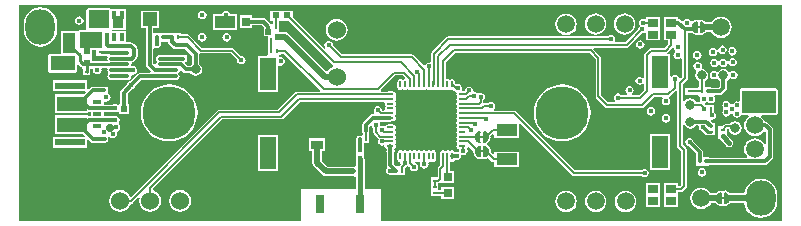
<source format=gtl>
%FSTAX23Y23*%
%MOIN*%
%SFA1B1*%

%IPPOS*%
%ADD10C,0.006000*%
%ADD11R,0.013800X0.009800*%
%ADD12R,0.011000X0.016900*%
%ADD13R,0.185000X0.185000*%
%ADD14O,0.007900X0.025600*%
%ADD15O,0.025600X0.007900*%
%ADD16R,0.098400X0.051200*%
%ADD17R,0.031500X0.013800*%
%ADD18R,0.102400X0.023600*%
%ADD19R,0.043300X0.070900*%
%ADD20R,0.031500X0.031500*%
%ADD21R,0.021700X0.023600*%
%ADD22O,0.066900X0.011800*%
%ADD23R,0.037200X0.039400*%
%ADD24R,0.037300X0.039400*%
%ADD25R,0.011800X0.027600*%
%ADD26R,0.019700X0.023600*%
%ADD27C,0.031500*%
%ADD28R,0.016900X0.011000*%
%ADD29R,0.055100X0.108300*%
%ADD30R,0.070900X0.043300*%
%ADD31R,0.031500X0.031500*%
%ADD32R,0.008700X0.015700*%
%ADD33R,0.019700X0.019700*%
%ADD34R,0.023600X0.021700*%
%ADD35R,0.035400X0.027600*%
%ADD36C,0.007900*%
%ADD37R,0.031500X0.063000*%
%ADD38R,0.031500X0.086600*%
%ADD39R,0.039400X0.031500*%
%ADD40R,0.009800X0.013800*%
%ADD41R,0.013800X0.013800*%
%ADD42R,0.017700X0.039400*%
%ADD43R,0.070900X0.039400*%
%ADD44R,0.031500X0.029500*%
%ADD45C,0.011800*%
%ADD46C,0.005900*%
%ADD47C,0.018500*%
%ADD48C,0.007900*%
%ADD49C,0.019700*%
%ADD50C,0.015700*%
%ADD51C,0.010000*%
%ADD52C,0.017500*%
%ADD53C,0.013800*%
%ADD54C,0.008000*%
%ADD55R,0.114000X0.078000*%
%ADD56R,0.072000X0.055200*%
%ADD57R,0.070000X0.062000*%
%ADD58R,0.084000X0.049900*%
%ADD59C,0.019700*%
%ADD60C,0.059100*%
%ADD61C,0.177200*%
%ADD62O,0.098400X0.118100*%
%ADD63O,0.063000X0.035400*%
%ADD64R,0.047200X0.047200*%
%ADD65C,0.047200*%
%ADD66C,0.060000*%
%ADD67C,0.015700*%
%ADD68C,0.026000*%
%ADD69C,0.027600*%
%LNvapeix_mini_pcb-1*%
%LPD*%
G36*
X03048Y03525D02*
X03051Y03523D01*
X03053Y03518*
X03053Y03518*
X03044Y03514*
X03037Y03509*
X03033Y03504*
X03027Y03503*
X02901Y03629*
X02896Y03632*
X0289Y03633*
X02875*
X0287Y03634*
Y03638*
Y03661*
X02869*
Y03671*
X02877*
X02881*
X02902*
X03048Y03525*
G37*
G36*
X04282Y03667D02*
X04284Y03665D01*
X04287Y03662*
X04289Y0366*
X04291Y03656*
X04292Y03652*
X04292Y03644*
X04291Y03641*
X04288Y03636*
X04285Y03632*
X04281Y0363*
X04277Y03629*
X04275Y0363*
X04274Y03632*
Y03666*
X04277Y03668*
X04282Y03667*
G37*
G36*
X04265Y03668D02*
X04266Y03665D01*
Y03632*
X04263Y03629*
X04258Y0363*
X04256Y03632*
X04253Y03635*
X04251Y03637*
X04248Y03641*
X04247Y03645*
X04247Y03653*
X04248Y03656*
X04252Y03662*
X04255Y03665*
X04259Y03667*
X04263Y03668*
X04265Y03668*
G37*
G36*
X04548Y03004D02*
X0321D01*
Y03046*
Y03111*
X03156*
Y03146*
X03156Y03146*
Y03208*
X03154Y03214*
X03153Y03216*
Y03226*
Y03231*
Y03252*
X03153*
Y03262*
X0317*
Y03284*
Y03287*
Y03289*
Y03296*
X03171Y03297*
X03171Y03302*
Y03317*
X03175Y03321*
X0318Y03319*
X03181Y03317*
X03184Y03313*
X03185Y03312*
Y03299*
X03185Y03295*
X03187Y03292*
X03201Y03278*
X03204Y03276*
X03202Y03273*
X032Y03268*
X03202Y03262*
X03205Y03258*
X03209Y03255*
X03215Y03254*
X03219Y03255*
X03222Y03253*
X03222*
X03224Y03251*
X03224Y03248*
X03227Y03245*
X0323Y03243*
X03229Y03238*
X03228Y03236*
X03229Y0323*
X0323Y03229*
Y03188*
X03231Y03183*
X03232Y03182*
X0323Y0318*
X03227Y03176*
X03226Y03171*
X03227Y03165*
X0323Y03161*
X03234Y03158*
X0324Y03156*
X03243Y03157*
X03248Y03156*
X03291*
Y03181*
X03295Y03182*
X03299Y03185*
X03304Y03184*
X03307Y03183*
X03308Y03177*
X03311Y03173*
X03315Y0317*
X03321Y03169*
X03326Y0317*
X0333Y03173*
X03334Y03177*
X03335Y03183*
X03334Y03188*
X0333Y03192*
X03326Y03196*
X03324Y03196*
Y03201*
X03326Y03201*
X03326Y03201*
X0333Y03203*
X03334Y03201*
X03334Y03201*
X03338Y03201*
X03338*
X0334Y03199*
X03341Y03196*
X03341Y03192*
X03342Y03186*
X03345Y03182*
X03349Y03179*
X03355Y03177*
X0336Y03179*
X03364Y03182*
X03368Y03186*
X03369Y03192*
X03368Y03196*
X03368Y03197*
X0337Y03199*
X03371Y03201*
X03373Y03201*
X03377Y03204*
X03378*
X03381Y03201*
X03385Y03201*
X03389Y03201*
X03392Y03204*
X03394Y03207*
X03395Y03211*
Y03228*
X03394Y03232*
X03392Y03235*
X03389Y03238*
X03385Y03238*
X03381Y03238*
X03381Y03237*
X03377Y03236*
X03374Y03237*
X03373Y03238*
X03369Y03238*
X03366Y03238*
X03365Y03237*
X03362Y03236*
X03358Y03237*
X03358Y03238*
X03354Y03238*
X0335Y03238*
X0335Y03237*
X03346Y03236*
X03342Y03237*
X03342Y03238*
X03338Y03238*
X03334Y03238*
X03334Y03237*
X0333Y03236*
X03326Y03237*
X03326Y03238*
X03322Y03238*
X03318Y03238*
X03318Y03237*
X03314Y03235*
X0331Y03238*
X03306Y03238*
X03303Y03238*
X03302Y03237*
X03299Y03236*
X03295Y03237*
X03295Y03238*
X03291Y03238*
X03287Y03238*
X03287Y03237*
X03282Y03235*
X03279Y03238*
X03275Y03238*
X03271Y03238*
X03268Y03235*
X03266Y03232*
X03265Y03228*
Y03211*
X03266Y03207*
X03268Y03204*
X03271Y03201*
X03272Y03201*
X03276Y03196*
X03276Y03196*
X03275Y03195*
X03276Y03193*
X03273Y0319*
X03271Y03187*
X03271Y03185*
X03262*
X03254Y03193*
Y03229*
X03255Y0323*
X03257Y03236*
X03256Y03238*
X03255Y03243*
X03258Y03245*
X03261Y03248*
X03261Y03252*
X03261Y03256*
X03258Y03259*
Y03261*
X03261Y03264*
X03261Y03268*
X03261Y03272*
X03258Y03275*
Y03276*
X03261Y0328*
X03261Y03283*
X03261Y03287*
X03258Y03291*
X0326Y03295*
X03261Y03295*
X03261Y03299*
X03261Y03303*
X03258Y03306*
Y03308*
X03261Y03311*
X03261Y03315*
X03261Y03319*
X03258Y03322*
X03255Y03324*
X03251Y03325*
X03234*
X0323Y03324*
X03227Y03322*
X03225Y0332*
X03224Y03319*
X03219Y03318*
X03219Y03319*
X03214Y0332*
X03212Y03319*
X03208Y03323*
X03207Y03328*
X03206Y03329*
X03208Y03334*
X03242*
X03247Y03335*
X03249Y03336*
X03251*
X03255Y03337*
X03258Y03339*
X03261Y03343*
X03261Y03346*
X03261Y0335*
X03258Y03354*
Y03355*
X03261Y03358*
X03261Y03362*
X03261Y03366*
X0326Y03366*
X03259Y0337*
X0326Y03374*
X03261Y03374*
X03261Y03378*
X03261Y03382*
X0326Y03382*
X03258Y03387*
X03261Y0339*
X03261Y03394*
X03261Y03398*
X03258Y03401*
Y03402*
X03261Y03406*
X03261Y03409*
X03261Y03413*
X0326Y03413*
X03259Y03417*
X0326Y03421*
X03261Y03421*
X03261Y03425*
X03261Y03429*
X03258Y03432*
X03255Y03434*
X03251Y03435*
X03234*
X0323Y03434*
X03229Y03434*
X03211*
X03209Y03439*
X03257Y03488*
X03283*
X03289Y03481*
X03288Y03476*
X03287Y03476*
X03287Y03476*
X03287Y03476*
X03283Y03474*
X03279Y03476*
X03279Y03476*
X03275Y03477*
X03271Y03476*
X03268Y03474*
X03266Y0347*
X03265Y03467*
Y03449*
X03266Y03445*
X03268Y03442*
X03271Y0344*
X03275Y03439*
X03279Y0344*
X03282Y03442*
X03287Y0344*
X03287Y0344*
X03291Y03439*
X03295Y0344*
X03295Y0344*
X03299Y03442*
X03303Y0344*
X03306Y03439*
X0331Y0344*
X03314Y03442*
X03315*
X03318Y0344*
X03322Y03439*
X03326Y0344*
X03329Y03442*
X03334Y0344*
X03334Y0344*
X03338Y03439*
X03342Y0344*
X03342Y0344*
X03346Y03441*
X0335Y0344*
X0335Y0344*
X03354Y03439*
X03358Y0344*
X03361Y03442*
X03362*
X03366Y0344*
X03369Y03439*
X03373Y0344*
X03374Y0344*
X03377Y03441*
X03381Y0344*
X03381Y0344*
X03385Y03439*
X03389Y0344*
X03389Y0344*
X03393Y03441*
X03397Y0344*
X03397Y0344*
X03401Y03439*
X03405Y0344*
X03405Y0344*
X03409Y03441*
X03413Y0344*
X03413Y0344*
X03417Y03439*
X03421Y0344*
X03421Y0344*
X03425Y03441*
X03428Y0344*
X03429Y0344*
X03432Y03439*
X03436Y0344*
X03436Y0344*
X0344Y03441*
X03444Y0344*
X03444Y0344*
X03448Y03439*
X03452Y0344*
X03454Y03437*
X03457Y03436*
X03458Y03435*
X0346Y03433*
X03463Y03429*
X03462Y03425*
X03463Y03421*
X03465Y03418*
Y03417*
X03463Y03413*
X03462Y03409*
X03463Y03406*
X03463Y03405*
X03465Y03401*
X03463Y03398*
X03462Y03394*
X03463Y0339*
X03465Y03387*
Y03385*
X03463Y03382*
X03462Y03378*
X03463Y03374*
X03463Y03374*
X03464Y0337*
X03463Y03366*
X03463Y03366*
X03462Y03362*
X03463Y03358*
X03463Y03358*
X03464Y03354*
X03463Y03351*
X03463Y0335*
X03462Y03346*
X03463Y03343*
X03463Y03342*
X03464Y03339*
X03463Y03335*
X03463Y03335*
X03462Y03331*
X03463Y03327*
X03465Y03324*
Y03322*
X03463Y03319*
X03462Y03315*
X03463Y03311*
X03465Y03308*
Y03306*
X03463Y03303*
X03462Y03299*
X03463Y03295*
X03463Y03295*
X03465Y03291*
X03463Y03287*
X03462Y03283*
X03463Y0328*
X03465Y03276*
Y03275*
X03463Y03272*
X03462Y03268*
X03463Y03264*
X03465Y03261*
Y03259*
X03463Y03256*
X03462Y03252*
X03463Y03248*
X03465Y03245*
X03468Y03243*
X03471Y03242*
X0347Y03237*
X03471Y03237*
X0347Y03235*
X03466Y03233*
X03463Y03234*
X03457Y03232*
X03455Y03235*
X03452Y03238*
X03448Y03238*
X03444Y03238*
X03444Y03237*
X0344Y03236*
X03436Y03237*
X03436Y03238*
X03432Y03238*
X03429Y03238*
X03428Y03237*
X03425Y03236*
X03421Y03237*
X03421Y03238*
X03417Y03238*
X03413Y03238*
X0341Y03235*
X03407Y03232*
X03407Y03228*
Y03211*
X03407Y03207*
X03408Y03206*
Y03188*
X03402Y03182*
X034Y03179*
X03399Y03176*
Y03148*
X03399Y03148*
X03376*
Y03126*
Y03085*
X03401*
Y03087*
X03411*
Y03075*
X03454*
Y03117*
X03411*
Y03105*
X03401*
Y03128*
X03404Y03128*
X03406Y0313*
X03411Y03128*
X03454*
Y0317*
X03441*
Y03198*
X03446Y03201*
X03448Y03201*
X03452Y03201*
X03455Y03204*
X03457Y03206*
X03463Y03205*
X03468Y03206*
X03472Y0321*
X03476Y03214*
X03477Y03219*
X03476Y0322*
X03477Y03222*
X03481Y03224*
X03485Y03223*
X0349Y03224*
X03494Y03227*
X03498Y03232*
X03499Y03237*
X03498Y03243*
X03496Y03245*
X03497Y03245*
X03499Y03248*
X03499Y03248*
X03504Y0325*
X03518Y03236*
X03518Y03235*
X03518Y03232*
Y03231*
X03519Y0323*
X03519Y0323*
X03519Y03229*
X03519Y03228*
Y03228*
X03519Y03228*
X0352Y03225*
X0352Y03225*
X0352Y03224*
X03521Y03222*
X03522Y03221*
X03522Y0322*
X03523Y0322*
X03523Y0322*
X03523Y03219*
X03523Y03219*
X03524Y03218*
X03526Y03216*
X03527Y03214*
X03529Y03213*
X03529Y03213*
X0353Y03213*
X03532Y03211*
X03533Y03211*
X03534Y0321*
X03538Y03209*
X03539Y03209*
X0354Y03208*
X03541Y03209*
X03542Y03209*
X03543Y03209*
X03543Y03209*
X03544Y03209*
X03547Y03211*
X03551Y03209*
X03552Y03209*
X03552Y03209*
X03553*
X03554Y03209*
X03556Y03209*
X03556Y03209*
X03557*
X03557Y03209*
X03557Y03209*
X0356Y0321*
X03561Y03211*
X03562Y03211*
X03563Y03211*
X03563Y03211*
X03564Y03212*
X03565Y03213*
X0357Y03211*
X0358Y03201*
X03583Y03199*
X03587Y03198*
X03587*
Y03183*
X0367*
Y03234*
X03587*
Y03229*
X03583Y03227*
X03576Y03233*
X03577Y03235*
X03576Y03237*
Y03238*
X03576Y03239*
X03576Y0324*
X03576Y0324*
X03576Y03241*
Y03241*
X03576Y03242*
X03575Y03244*
X03574Y03245*
X03574Y03245*
X03573Y03247*
X03573Y03248*
X03572Y03249*
X03572Y03249*
X03572Y03249*
X03571Y0325*
X03571Y0325*
X03571Y03251*
X03569Y03253*
X03567Y03255*
X03566Y03256*
X03565Y03256*
X03565Y03257*
Y03257*
X03565Y03261*
X03565Y03262*
X03565*
Y03263*
X03565Y03263*
X03567Y03264*
X03568Y03265*
X03568Y03266*
X03569Y03266*
X03569Y03266*
X0357Y03267*
X0357Y03267*
X0357Y03268*
X03572Y0327*
X03573Y03272*
X03573Y03273*
Y03273*
X03573Y03273*
X03574Y03274*
X03575Y03277*
Y03277*
X03575Y03278*
X03575Y03279*
Y0328*
X03576Y03284*
X03575Y03285*
X03582Y03292*
X03587Y0329*
Y03281*
X0367*
Y03326*
X03675Y03329*
X03847Y03156*
X0385Y03154*
X03854Y03154*
X04078*
X04079Y03153*
X04083Y0315*
X04089Y03149*
X04094Y0315*
X04098Y03153*
X04102Y03157*
X04103Y03163*
X04102Y03168*
X04098Y03172*
X04094Y03176*
X04089Y03177*
X04083Y03176*
X04079Y03172*
X04078Y03172*
X03857*
X0366Y03369*
X03657Y03371*
X03654Y03371*
X03589*
X03587Y03374*
X03587Y03376*
X0359Y0338*
X03591Y03386*
X0359Y03391*
X03586Y03395*
X03582Y03399*
X03577Y034*
X03571Y03399*
X03567Y03395*
X03566Y03395*
X03555*
X03554Y03395*
X03552Y03397*
X03551Y03399*
X03552Y03401*
Y03406*
X03552Y03407*
X03556Y03411*
X03557Y03417*
X03556Y03422*
X03552Y03426*
X03548Y0343*
X03543Y03431*
X03537Y0343*
X03537Y03429*
X03536Y03429*
X0353Y03429*
X0353Y0343*
X03529Y03431*
X03526Y03433*
X03521Y03434*
X03518Y03438*
X03518Y03443*
X03514Y03447*
X0351Y03451*
X03505Y03452*
X03499Y03451*
X03495Y03447*
X03492Y03443*
X03491Y03438*
X03486Y03435*
X03483*
X03481Y0344*
X03482Y03445*
X03481Y0345*
X03477Y03454*
X03473Y03458*
X03468Y03459*
X03462Y03458*
X03458Y03462*
Y03467*
X03457Y0347*
X03455Y03474*
X03452Y03476*
X03448Y03477*
X03444Y03476*
X03441Y03474*
X0344*
X03436Y03476*
X03432Y03477*
X03431Y03476*
X03426Y03479*
Y03533*
X03456Y03564*
X03905*
X03926Y03543*
Y0342*
X03926Y03416*
X03928Y03413*
X03958Y03383*
X03961Y03381*
X03965Y03381*
X04082*
X04085Y03381*
X04088Y03383*
X04121Y03416*
X04147*
X04148Y03415*
X0415Y03411*
X04147Y03408*
X04146Y03403*
X04147Y03397*
X0415Y03393*
X04155Y0339*
X0416Y03389*
X04166Y0339*
X0417Y03393*
X04173Y03397*
X04174Y03403*
X04173Y03408*
X04171Y03412*
X04171Y03415*
X04172Y03417*
X04175Y03419*
X04193Y03437*
X04198Y03435*
Y03254*
X04198Y0325*
X042Y03246*
X04211Y03236*
Y03124*
X04206Y03119*
X04201Y0312*
Y03128*
X04154*
Y03089*
Y0305*
X04201*
Y03099*
X0421*
X04213Y03099*
X04217Y03101*
X04228Y03113*
X04231Y03116*
X04231Y0312*
Y0324*
X04231Y03244*
X04228Y03247*
X04218Y03258*
Y03322*
X04223Y03323*
X04226Y03318*
X04233Y03313*
X04242Y03311*
X0425Y03313*
X04257Y03318*
X0426Y03322*
X04268*
X04271Y03317*
X0427Y03315*
X04272Y03309*
X04275Y03305*
X04279Y03302*
X04282Y03301*
X04292Y03292*
X04295Y03289*
Y03288*
X04324*
Y03331*
X04315*
X0431Y03336*
X04312Y03341*
X04314Y03341*
X04319Y03342*
X04323Y03345*
X04327Y03349*
X04328Y03355*
X04327Y0336*
X04323Y03364*
X04322Y03365*
Y0339*
X04291*
X04289Y03392*
X04289Y03392*
X04291Y03397*
X04293Y03398*
X04297Y03401*
X04302Y03399*
X04305Y03396*
X04311Y03395*
X04316Y03396*
X0432Y03399*
X04324Y03404*
X04325Y03409*
X04324Y03415*
X04322Y03418*
X04324Y03423*
X0434*
X04344Y03423*
X04348Y03426*
X0436Y03438*
X04363Y03442*
X04364Y03447*
Y03471*
X04367Y03473*
X0437Y03477*
X04374Y03479*
X04376Y03478*
X04379Y03477*
X04385Y03476*
X0439Y03477*
X04394Y0348*
X04398Y03484*
X04399Y0349*
X04398Y03495*
X04394Y03499*
X0439Y03503*
X04385Y03504*
X04379Y03503*
X04375Y03499*
X04369Y03501*
X04367Y03504*
X0436Y03509*
X04352Y03511*
X04343Y03509*
X04336Y03504*
X04333Y03499*
X0433*
X04326Y03503*
X04321Y03504*
X04315Y03503*
X04311Y03499*
X04308Y03495*
X04307Y0349*
X04308Y03484*
X04311Y0348*
X04315Y03477*
X04321Y03476*
X04326Y03477*
X0433Y0348*
X04334Y03476*
X04336Y03473*
X0434Y03471*
Y03452*
X04335Y03447*
X04311*
Y03449*
X0429*
Y03469*
X04295Y03473*
X043Y0348*
X04302Y03489*
X043Y03497*
X04295Y03504*
X04288Y03509*
X04282Y0351*
X04281Y03512*
X04279Y03515*
X04279Y03515*
X0428Y0352*
X04279Y03525*
X04275Y03529*
X04271Y03533*
X04266Y03534*
X0426Y03533*
X04256Y03529*
X04253Y03525*
X04251Y0352*
X04253Y03514*
X04256Y0351*
X0426Y03507*
X0426Y03506*
X04262Y03501*
X04259Y03497*
X04257Y03489*
X04259Y0348*
X04264Y03473*
X04269Y03469*
Y03449*
X04268*
Y03445*
X04254*
Y03446*
X04225*
Y03423*
X04254*
Y03424*
X04268*
Y0342*
X04272*
X04274Y03415*
X04274Y03411*
X04275Y03405*
X04275Y03405*
X04273Y034*
X04261*
X04256Y03406*
X04249Y03411*
X04241Y03413*
X04232Y03411*
X04225Y03406*
X04223Y03403*
X04218Y03404*
Y03459*
X04231Y03472*
X04233Y03476*
X04234Y0348*
Y0363*
X04249*
X0425Y03628*
X04251Y03627*
X04252Y03627*
X04252Y03627*
X04255Y03625*
X04256Y03625*
X04256Y03624*
X04261Y03623*
X04262Y03623*
X04263Y03622*
X04264Y03623*
X04265Y03623*
X04266Y03623*
X04266Y03623*
X04266Y03623*
X0427Y03625*
X04273Y03624*
X04273Y03623*
X04274Y03623*
X04275Y03623*
X04275*
X04277Y03623*
X04278Y03623*
X04279Y03623*
X04279*
X04279Y03623*
X0428Y03623*
X04283Y03624*
X04284Y03625*
X04284Y03625*
X04286Y03625*
X04286Y03625*
X04286Y03626*
X04288Y03627*
X04288Y03627*
Y03628*
X04289Y03628*
X0429Y03629*
X04291Y0363*
X04292Y03631*
X04292Y03631*
X04293Y03631*
X04293Y03632*
X04293Y03632*
X04294Y03632*
X04312*
X04313Y03631*
X04318Y03623*
X04326Y03618*
X04334Y03614*
X04344Y03613*
X04353Y03614*
X04361Y03618*
X04369Y03623*
X04375Y03631*
X04378Y03639*
X04379Y03649*
X04378Y03658*
X04375Y03666*
X04369Y03674*
X04361Y0368*
X04353Y03683*
X04344Y03684*
X04334Y03683*
X04326Y0368*
X04318Y03674*
X04313Y03666*
X04312Y03665*
X04294*
X04293Y03665*
X04291Y03667*
X0429Y03669*
X04289Y0367*
X04288Y0367*
X04288Y03671*
X04285Y03672*
X04284Y03672*
X04283Y03673*
X04279Y03675*
X04278Y03674*
X04277Y03675*
X04276Y03674*
X04275Y03674*
X04274Y03674*
X04274Y03674*
X04273Y03674*
X0427Y03672*
X04267Y03674*
X04266Y03674*
X04265Y03674*
X04265Y03674*
X04264*
X04263Y03675*
X04261Y03674*
X04261Y03674*
X04261*
X0426Y03674*
X0426Y03674*
X04257Y03673*
X04256Y03673*
X04255Y03672*
X04254Y03672*
X04254Y03672*
X04253Y03671*
X04252Y0367*
X04251Y0367*
Y0367*
X04251Y03669*
X0425Y03668*
X04248*
X04248*
X04245Y03669*
X04244Y0367*
X04241Y03673*
X04237Y03677*
X04232Y03678*
X04226Y03677*
X04222Y03673*
X04219Y0367*
X04214Y03668*
X0421Y03672*
X04206Y03675*
X04202Y03676*
X042Y0368*
Y03683*
X04153*
Y03644*
Y03605*
X04168*
Y03592*
X04155Y0358*
X04111*
X04108Y03579*
X04105Y03577*
X0409Y03562*
X04088Y03559*
X04088Y03556*
Y03482*
X04083Y0348*
X04082Y0348*
X04078Y03484*
X04073Y03485*
X04067Y03484*
X04063Y0348*
X0406Y03476*
X04058Y03471*
X0406Y03465*
X04063Y03461*
X04067Y03458*
X04073Y03456*
X04078Y03458*
X04082Y03461*
X04083Y03461*
X04088Y03459*
Y0344*
X0407Y03423*
X04048*
X04047Y03428*
X04048Y03429*
X04052Y03433*
X04053Y03439*
X04052Y03444*
X04048Y03448*
X04044Y03452*
X04039Y03453*
X04033Y03452*
X04029Y03448*
X04026Y03444*
X04025Y03439*
X04026Y03433*
X04029Y03429*
X0403Y03428*
X04029Y03423*
X04011*
X0401Y03423*
X04006Y03427*
X04001Y03428*
X03995Y03427*
X03991Y03423*
X03988Y03419*
X03986Y03414*
X03988Y03408*
X03991Y03404*
X03991Y03404*
X03989Y03399*
X03968*
X03944Y03423*
Y03547*
X03943Y0355*
X03941Y03553*
X03918Y03576*
X0392Y03581*
X04029*
X04032Y03581*
X04035Y03583*
X04079Y03628*
X04081Y03627*
X04086Y03629*
X04089Y03631*
X04094Y03629*
X04094Y03628*
Y03605*
X04141*
Y03644*
Y03683*
X04094*
Y03679*
X04089Y03677*
X04085Y03678*
X04079Y03677*
X04075Y03673*
X04072Y03669*
X04071Y03664*
X04072Y03658*
X04074Y03654*
X04071Y03651*
X04068Y03647*
X04066Y03642*
X04067Y0364*
X04025Y03599*
X03992*
X0399Y03603*
X0399Y03604*
X03991Y03609*
X0399Y03614*
X03986Y03618*
X03982Y03622*
X03977Y03623*
X03971Y03622*
X03967Y03618*
X03966Y03618*
X03435*
X03431Y03617*
X03428Y03615*
X0338Y03567*
X03378Y03564*
X03377Y0356*
Y03534*
X03372Y03531*
X03369Y03532*
X03364Y03531*
X03359Y03527*
X03357Y03524*
X03352Y03522*
X03319Y03555*
X03316Y03557*
X03313Y03558*
X0308*
X03049Y03588*
X0305Y0359*
X03049Y03595*
X03045Y03599*
X03041Y03603*
X03036Y03604*
X0303Y03603*
X03026Y03599*
X03023Y03595*
X03022Y0359*
X03023Y03584*
X03025Y0358*
X03021Y03577*
X02916Y03683*
Y03704*
X02881*
X02877*
X02841*
Y03671*
X02851*
Y03661*
X0285*
Y0366*
X02849Y03659*
X02845Y03658*
X02844Y03659*
X02828Y03675*
X02824Y03678*
X0282Y03679*
X02782*
Y03688*
X02739*
Y03645*
X02782*
Y03655*
X02815*
X02816Y03653*
X02819Y03649*
Y03618*
X02834*
Y03591*
X02835*
Y03584*
X02833*
Y03555*
X02828Y03554*
X028*
Y03434*
X02867*
Y03518*
X02872Y03521*
X02876Y03521*
X02881Y03522*
X02885Y03525*
X02889Y03529*
X0289Y03535*
X02889Y0354*
X02885Y03544*
X02881Y03548*
X02876Y03549*
X02873Y03548*
X02869Y03551*
X02869Y03555*
X02871Y03555*
X02876*
Y03561*
X02887*
X03008Y03439*
X03006Y03434*
X02931*
X02928Y03434*
X02925Y03432*
X02867Y03374*
X02672*
X02668Y03373*
X02665Y03371*
X02378Y03084*
X02373Y03085*
X02372Y03088*
X02366Y03095*
X02359Y03101*
X0235Y03105*
X02341Y03106*
X02331Y03105*
X02322Y03101*
X02315Y03095*
X02309Y03088*
X02306Y03079*
X02304Y0307*
X02306Y0306*
X02309Y03051*
X02315Y03044*
X02322Y03038*
X02331Y03035*
X02341Y03033*
X0235Y03035*
X02359Y03038*
X02366Y03044*
X02372Y03051*
X02376Y0306*
Y03061*
X02377*
X0238Y03061*
X02383Y03063*
X02401Y03082*
X02405Y03079*
X02406Y03079*
X02404Y0307*
X02406Y0306*
X02409Y03051*
X02415Y03044*
X02422Y03038*
X02431Y03035*
X02441Y03033*
X0245Y03035*
X02459Y03038*
X02466Y03044*
X02472Y03051*
X02476Y0306*
X02477Y0307*
X02476Y03079*
X02472Y03088*
X02466Y03095*
X02459Y03101*
X0245Y03105*
X0245*
Y0311*
X02681Y03342*
X02878*
X02881Y03342*
X02884Y03344*
X02939Y034*
X0322*
X03224Y03395*
X03224Y03394*
X03224Y0339*
X03224Y0339*
X03227Y03385*
X03224Y03382*
X03224Y03378*
X03224Y03376*
X03221Y03371*
X03214*
X03214Y03372*
X03213Y03377*
X03209Y03381*
X03205Y03385*
X032Y03386*
X03194Y03385*
X0319Y03381*
X03187Y03377*
X03186Y03372*
X03187Y03366*
X03188Y03363*
X03186Y03358*
X03183*
X03179Y03358*
X03175Y03355*
X03151Y03331*
X03148Y03327*
X03147Y03322*
Y03302*
X03148Y03297*
X03149Y03296*
Y03289*
X03144Y03287*
X03141*
X0314Y03288*
X03138Y03287*
X03129*
Y03281*
X03128Y0328*
X03127Y03275*
Y03239*
X03127Y03236*
Y03226*
Y03215*
X03127Y03214*
X03126Y03208*
Y03187*
X03125Y03186*
X03121Y03183*
X03117Y03184*
X03032*
X03013Y03203*
Y03236*
X03023*
Y03279*
X02972*
Y03236*
X02982*
Y03197*
X02983Y03191*
X02987Y03186*
X03015Y03158*
X0302Y03154*
X03026Y03153*
X03117*
X03121Y03154*
X03125Y03151*
X03126Y0315*
Y03111*
X02943*
Y03004*
X02004*
Y03722*
X04548*
Y03004*
G37*
G36*
X04186Y03578D02*
X04187Y03576D01*
X0419Y03572*
X04189Y03566*
X04189Y03566*
X04186Y03561*
X04185Y03556*
X04186Y0355*
X04189Y03546*
X04193Y03543*
X04199Y03542*
X04204Y03543*
X04209Y03546*
Y03546*
X04214Y03544*
Y03484*
X04209Y03479*
X04204Y03481*
Y03481*
X042Y03485*
X04196Y03489*
X04191Y0349*
X04185Y03489*
X04181Y03485*
X0418Y03484*
X04175Y03486*
Y03559*
X04167*
X04165Y03563*
X04165Y03564*
X04181Y0358*
X04186Y03578*
G37*
G36*
X03558Y03302D02*
X0356Y033D01*
X03563Y03297*
X03565Y03295*
X03568Y03291*
X03569Y03287*
X03569Y03279*
X03568Y03276*
X03564Y03271*
X03561Y03267*
X03557Y03265*
X03553Y03264*
X03551Y03265*
X0355Y03267*
Y03301*
X03553Y03303*
X03558Y03302*
G37*
G36*
X03541Y03303D02*
X03542Y033D01*
Y03267*
X03539Y03264*
X03535Y03265*
X03532Y03267*
X03529Y0327*
X03527Y03272*
X03525Y03276*
X03524Y0328*
X03524Y03288*
X03525Y03291*
X03528Y03297*
X03531Y033*
X03535Y03302*
X03539Y03303*
X03541Y03303*
G37*
G36*
X03559Y03253D02*
X03561Y03251D01*
X03564Y03248*
X03566Y03246*
X03569Y03242*
X0357Y03238*
X0357Y0323*
X03569Y03227*
X03565Y03222*
X03562Y03218*
X03558Y03216*
X03554Y03215*
X03552Y03216*
X03551Y03218*
Y03252*
X03554Y03254*
X03559Y03253*
G37*
G36*
X03542Y03254D02*
X03543Y03251D01*
Y03218*
X0354Y03215*
X03536Y03216*
X03533Y03218*
X0353Y03221*
X03528Y03223*
X03526Y03227*
X03525Y03231*
X03525Y03239*
X03526Y03242*
X03529Y03248*
X03532Y03251*
X03536Y03253*
X0354Y03254*
X03542Y03254*
G37*
%LNvapeix_mini_pcb-2*%
%LPC*%
G36*
X02615Y03704D02*
X02609Y03703D01*
X02605Y03699*
X02602Y03695*
X02601Y0369*
X02602Y03684*
X02605Y0368*
X02609Y03677*
X02615Y03676*
X0262Y03677*
X02624Y0368*
X02628Y03684*
X02629Y0369*
X02628Y03695*
X02624Y03699*
X0262Y03703*
X02615Y03704*
G37*
G36*
X02205Y03685D02*
X022Y03684D01*
X02195Y0368*
X02192Y03676*
X02191Y03671*
X02192Y03665*
X02195Y03661*
X022Y03658*
X02205Y03656*
X02211Y03658*
X02215Y03661*
X02218Y03665*
X02219Y03671*
X02218Y03676*
X02215Y0368*
X02211Y03684*
X02205Y03685*
G37*
G36*
X02694Y03704D02*
X02688Y03703D01*
X02684Y03699*
X02681Y03695*
X0268Y03694*
X02649*
Y03639*
X02731*
Y03694*
X02707*
X02707Y03695*
X02703Y03699*
X02699Y03703*
X02694Y03704*
G37*
G36*
X04023Y03695D02*
X04013Y03694D01*
X04005Y03691*
X03997Y03685*
X03992Y03677*
X03988Y03669*
X03987Y0366*
X03988Y0365*
X03992Y03642*
X03997Y03634*
X04005Y03629*
X04013Y03625*
X04023Y03624*
X04032Y03625*
X0404Y03629*
X04048Y03634*
X04054Y03642*
X04057Y0365*
X04058Y0366*
X04057Y03669*
X04054Y03677*
X04048Y03685*
X0404Y03691*
X04032Y03694*
X04023Y03695*
G37*
G36*
X03926D02*
X03916Y03694D01*
X03908Y03691*
X039Y03685*
X03895Y03677*
X03891Y03669*
X0389Y0366*
X03891Y0365*
X03895Y03642*
X039Y03634*
X03908Y03629*
X03916Y03625*
X03926Y03624*
X03935Y03625*
X03943Y03629*
X03951Y03634*
X03957Y03642*
X0396Y0365*
X03961Y0366*
X0396Y03669*
X03957Y03677*
X03951Y03685*
X03943Y03691*
X03935Y03694*
X03926Y03695*
G37*
G36*
X03828Y03694D02*
X03818Y03693D01*
X0381Y0369*
X03802Y03684*
X03797Y03676*
X03793Y03668*
X03792Y03659*
X03793Y03649*
X03797Y03641*
X03802Y03633*
X0381Y03628*
X03818Y03624*
X03828Y03623*
X03837Y03624*
X03845Y03628*
X03853Y03633*
X03859Y03641*
X03862Y03649*
X03863Y03659*
X03862Y03668*
X03859Y03676*
X03853Y03684*
X03845Y0369*
X03837Y03693*
X03828Y03694*
G37*
G36*
X03063Y03677D02*
X03053Y03676D01*
X03044Y03672*
X03037Y03666*
X03031Y03659*
X03028Y0365*
X03026Y03641*
X03028Y03631*
X03031Y03622*
X03037Y03615*
X03044Y03609*
X03053Y03606*
X03063Y03604*
X03072Y03606*
X03081Y03609*
X03088Y03615*
X03094Y03622*
X03098Y03631*
X03099Y03641*
X03098Y0365*
X03094Y03659*
X03088Y03666*
X03081Y03672*
X03072Y03676*
X03063Y03677*
G37*
G36*
X02696Y0363D02*
X0269Y03629D01*
X02686Y03625*
X02683Y03621*
X02682Y03616*
X02683Y0361*
X02686Y03606*
X0269Y03603*
X02696Y03601*
X02701Y03603*
X02705Y03606*
X02709Y0361*
X0271Y03616*
X02709Y03621*
X02705Y03625*
X02701Y03629*
X02696Y0363*
G37*
G36*
X02615D02*
X02609Y03629D01*
X02605Y03625*
X02602Y03621*
X02601Y03616*
X02602Y0361*
X02605Y03606*
X02609Y03603*
X02615Y03601*
X0262Y03603*
X02624Y03606*
X02628Y0361*
X02629Y03616*
X02628Y03621*
X02624Y03625*
X0262Y03629*
X02615Y0363*
G37*
G36*
X02075Y03715D02*
X02061Y03713D01*
X02047Y03708*
X02036Y03699*
X02027Y03687*
X02021Y03674*
X0202Y0366*
Y0364*
X02021Y03626*
X02027Y03612*
X02036Y03601*
X02047Y03592*
X02061Y03586*
X02075Y03584*
X0209Y03586*
X02103Y03592*
X02114Y03601*
X02123Y03612*
X02129Y03626*
X02131Y0364*
Y0366*
X02129Y03674*
X02123Y03687*
X02114Y03699*
X02103Y03708*
X0209Y03713*
X02075Y03715*
G37*
G36*
X04075Y03606D02*
X04069Y03604D01*
X04065Y03601*
X04062Y03597*
X0406Y03592*
X04062Y03586*
X04065Y03582*
X04069Y03579*
X04075Y03577*
X0408Y03579*
X04084Y03582*
X04088Y03586*
X04089Y03592*
X04088Y03597*
X04084Y03601*
X0408Y03604*
X04075Y03606*
G37*
G36*
X04349Y03588D02*
X04343Y03587D01*
X04339Y03583*
X04336Y03579*
X04335Y03574*
X04332Y03573*
X0433Y03573*
X04327Y03576*
X04323Y0358*
X04318Y03581*
X04312Y0358*
X04308Y03576*
X04305Y03572*
X04303Y03567*
X04305Y03561*
X04308Y03557*
X04312Y03554*
X04318Y03552*
X04323Y03554*
X04327Y03557*
X04331Y03561*
X04331Y03566*
X04334Y03567*
X04336Y03567*
X04339Y03564*
X04343Y03561*
X04349Y0356*
X04354Y03561*
X04358Y03564*
X04362Y03568*
X04363Y03574*
X04362Y03579*
X04358Y03583*
X04354Y03587*
X04349Y03588*
G37*
G36*
X04382Y03583D02*
X04376Y03582D01*
X04372Y03578*
X04369Y03574*
X04367Y03569*
X04369Y03563*
X04372Y03559*
X04376Y03556*
X04382Y03554*
X04387Y03556*
X04391Y03559*
X04395Y03563*
X04396Y03569*
X04395Y03574*
X04391Y03578*
X04387Y03582*
X04382Y03583*
G37*
G36*
X04265Y0357D02*
X04259Y03569D01*
X04255Y03565*
X04252Y03561*
X0425Y03556*
X04252Y0355*
X04255Y03546*
X04259Y03543*
X04265Y03541*
X0427Y03543*
X04274Y03546*
X04278Y0355*
X04279Y03556*
X04278Y03561*
X04274Y03565*
X0427Y03569*
X04265Y0357*
G37*
G36*
X04383Y03546D02*
X04377Y03545D01*
X04373Y03541*
X0437Y03537*
X04369Y03536*
X04366Y03535*
X04364Y03535*
X04361Y03539*
X04357Y03543*
X04352Y03544*
X04346Y03543*
X04342Y03539*
X04339Y03536*
X04338Y03536*
X04336*
X04334Y03536*
X04331Y03539*
X04327Y03543*
X04322Y03544*
X04316Y03543*
X04312Y03539*
X04309Y03535*
X04308Y0353*
X04309Y03524*
X04312Y0352*
X04316Y03517*
X04322Y03515*
X04327Y03517*
X04331Y0352*
X04334Y03523*
X04336Y03523*
X04338*
X04339Y03523*
X04342Y0352*
X04346Y03517*
X04352Y03515*
X04357Y03517*
X04361Y0352*
X04365Y03524*
X04365Y03525*
X04368Y03526*
X0437Y03526*
X04373Y03522*
X04377Y03519*
X04383Y03518*
X04388Y03519*
X04392Y03522*
X04396Y03526*
X04397Y03532*
X04396Y03537*
X04392Y03541*
X04388Y03545*
X04383Y03546*
G37*
G36*
X02469Y03704D02*
X0241D01*
Y03645*
X02428*
Y03524*
X02428Y03519*
X02431Y03515*
X02444Y03502*
X02442Y03497*
X02408*
X02404Y03496*
X024Y03494*
X02375Y03469*
X02373Y03468*
X02368Y03465*
X02365Y03461*
X02365Y03459*
X02345Y03439*
X02342Y03435*
X02342Y03431*
Y03393*
X02338*
Y03391*
X02334Y03389*
X02333Y03389*
X02329Y03392*
X02323Y03393*
X02318Y03392*
X02316Y03391*
X02287*
Y03399*
X02292Y03402*
X02295Y03401*
X023Y03403*
X02304Y03406*
X02308Y0341*
X02309Y03416*
X02308Y03421*
X02305Y03425*
X02304Y03425*
X02303Y03426*
X02301Y03428*
Y0345*
X02293*
X02293Y0345*
X02288Y03451*
X0225*
X02245Y0345*
X02241Y03447*
X02236Y03442*
X02232Y03444*
Y03472*
X02118*
Y03437*
X02224*
X02226Y03432*
X02219Y03425*
X02124*
Y03362*
X02234*
Y03366*
X02236Y03367*
X02244*
Y03352*
X02236*
X02234Y03354*
Y03356*
X02124*
Y03293*
X02217*
X02223Y03287*
X02221Y03282*
X02118*
Y03247*
X02232*
Y03272*
X02236Y03274*
X02243Y03267*
X02247Y03264*
X02252Y03263*
X02289*
X02293Y03264*
X02294Y03265*
X02301*
Y03283*
X02306Y03284*
X02307Y03284*
X02311Y03281*
X02317Y03279*
X02322Y03281*
X02326Y03284*
X0233Y03288*
X02331Y03294*
X0233Y03298*
X0233Y03299*
X02333Y03303*
X02333Y03303*
X02337Y03306*
X02341Y03311*
X02342Y03316*
X02341Y03322*
X02338Y03326*
X02337Y03326*
X02337Y03332*
X02338Y03334*
X02339Y0334*
X02338Y03345*
X02335Y0335*
X02331Y03353*
X02325Y03354*
X0232Y03353*
X02319Y03352*
X02287*
Y03367*
X02316*
X02318Y03366*
X02323Y03365*
X02329Y03366*
X02333Y03369*
X02334Y03369*
X02338Y03367*
Y03358*
X02369*
Y03393*
X02366*
Y03426*
X02382Y03442*
X02384Y03442*
X02388Y03445*
X02391Y0345*
X02392Y03452*
X02413Y03473*
X02527*
X02531Y03474*
X02535Y03477*
X02538Y03481*
X02539Y03485*
X02538Y0349*
X02535Y03494*
Y03496*
X02538Y035*
X02539Y03504*
X02541Y03505*
X02544Y03507*
X0255Y035*
X02554Y03497*
X02559Y03497*
X02575*
X02577Y03493*
X02584Y03488*
X02593Y03486*
X02601Y03488*
X02608Y03493*
X02613Y035*
X02615Y03509*
X02613Y03517*
X02608Y03524*
X02605Y03527*
Y03558*
X02605Y03559*
X02609Y03562*
X02611Y03562*
X02709*
X02731Y0354*
X02731Y03539*
X02732Y03533*
X02735Y03529*
X02739Y03526*
X02745Y03525*
X0275Y03526*
X02754Y03529*
X02758Y03533*
X02759Y03539*
X02758Y03544*
X02754Y03548*
X0275Y03552*
X02745Y03553*
X02743Y03552*
X02719Y03577*
X02716Y03579*
X02713Y0358*
X02614*
X02572Y03622*
X02569Y03624*
X02566Y03625*
X02545*
Y0363*
X02502*
Y03628*
X02494*
Y0363*
X02452*
Y03645*
X02469*
Y03704*
G37*
G36*
X02305Y03712D02*
X02235D01*
X0223Y0371*
X02228Y03706*
Y03644*
X02226Y0364*
X02208*
X02204Y03639*
X02199Y03637*
X02144*
Y0356*
X02108*
X02103Y03558*
X02101Y03554*
Y03504*
X02103Y03499*
X02108Y03497*
X02192*
X02196Y03499*
X02198Y03504*
Y03522*
X02202Y03524*
X02208Y03519*
X02211Y03516*
X02213Y03516*
Y03511*
X02217Y0351*
Y03489*
X02228*
X0223Y03488*
X02231Y03489*
X02242*
Y03509*
X02247Y03511*
X0225Y03509*
X02251Y03509*
X02251Y03506*
X02252Y035*
X02255Y03496*
X02259Y03493*
X02265Y03492*
X0227Y03493*
X02274Y03496*
X02278Y035*
X02279Y03506*
X02278Y03509*
X02281Y03513*
X02296*
X02297Y03512*
X02299Y03509*
X02298Y03505*
X02299Y035*
X02302Y03496*
Y03494*
X02299Y0349*
X02298Y03485*
X02299Y03481*
X02302Y03477*
X02306Y03474*
X0231Y03473*
X02365*
X0237Y03474*
X02374Y03477*
X02377Y03481*
X02377Y03485*
X02377Y03487*
X02381Y03491*
X02384Y03491*
X02389Y03492*
X02393Y03495*
X02397Y03499*
X02398Y03505*
X02397Y0351*
X02393Y03514*
X02389Y03518*
X02384Y03519*
X02381Y03518*
X02381Y03518*
X02377Y03522*
X02377Y03525*
X02377Y03527*
X02379Y03531*
X0238Y03532*
X02384Y03533*
X02388Y03536*
X02396Y03544*
X02398Y03547*
X02399Y03552*
Y03576*
X02398Y03581*
X02396Y03585*
X02386Y03594*
X02382Y03597*
X02378Y03598*
X02359*
Y03635*
X02335*
X02333*
X02317*
X02314Y0364*
X02314Y03641*
X02359*
Y03668*
X02359*
Y03708*
X02335*
X02333*
X0231*
X02309Y0371*
X02305Y03712*
G37*
G36*
X04527Y03446D02*
X04413D01*
X04408Y03444*
X04406Y0344*
Y03403*
X04401Y034*
X04401Y03401*
X04396Y03402*
X0439Y03401*
X04386Y03397*
X04383Y03393*
X04382Y03393*
X04379Y03391*
X04375Y03394*
X04371Y03398*
X04367Y03402*
X04362Y03403*
X04356Y03402*
X04352Y03398*
X04349Y03394*
X04347Y03389*
X04349Y03383*
X04351Y0338*
X04351Y03377*
X04351Y03373*
X04349Y0337*
X04347Y03365*
X04349Y03359*
X04352Y03355*
X04356Y03352*
X04362Y03351*
X04367Y03352*
X04371Y03355*
X04375Y03359*
X04375Y03361*
X0438Y0336*
X0438Y03361*
X04384Y03361*
X04385Y03355*
X04388Y03351*
X04392Y03348*
X04398Y03347*
X04403Y03348*
X04407Y03351*
X04411Y03355*
X04411Y03356*
X04413Y03355*
X04434*
X04436Y0335*
X04431Y03347*
X04426Y0334*
X04422Y03331*
X04421Y03322*
X04422Y03312*
X04426Y03304*
X04431Y03296*
X04439Y03291*
X04447Y03287*
X04457Y03286*
X04466Y03287*
X04474Y03291*
X04482Y03296*
X04485Y03301*
X04491Y03301*
X04494Y03299*
Y03259*
X04489Y03258*
X04488Y03261*
X04482Y03268*
X04474Y03274*
X04466Y03277*
X04457Y03279*
X04447Y03277*
X04439Y03274*
X04431Y03268*
X04426Y03261*
X04422Y03252*
X04421Y03243*
X04422Y03234*
X04426Y03225*
X04431Y03219*
X04429Y03214*
X04304*
Y03216*
X04285*
Y03233*
X04284Y03237*
X04281Y03241*
X04252Y0327*
X04252Y03272*
X04248Y03276*
X04244Y0328*
X04239Y03281*
X04233Y0328*
X04229Y03276*
X04226Y03272*
X04224Y03267*
X04226Y03261*
X04229Y03257*
X04233Y03254*
X04235Y03253*
X0426Y03228*
Y03202*
X04261Y03198*
Y03187*
X04304*
Y0319*
X04491*
X04495Y0319*
X04499Y03193*
X04514Y03208*
X04517Y03212*
X04518Y03217*
Y03308*
X04517Y03312*
X04514Y03316*
X045Y0333*
X04496Y03333*
X04491Y03334*
X0449*
X04488Y0334*
X04482Y03347*
X04477Y0335*
X04479Y03355*
X04527*
X04531Y03357*
X04533Y03362*
Y0344*
X04531Y03444*
X04527Y03446*
G37*
G36*
X0411Y03383D02*
X04104Y03382D01*
X041Y03378*
X04097Y03374*
X04096Y03369*
X04097Y03363*
X041Y03359*
X04104Y03356*
X0411Y03354*
X04115Y03356*
X04119Y03359*
X04123Y03363*
X04124Y03369*
X04123Y03374*
X04119Y03378*
X04115Y03382*
X0411Y03383*
G37*
G36*
X04161Y0336D02*
X04155Y03359D01*
X04151Y03355*
X04148Y03351*
X04147Y03346*
X04148Y0334*
X04151Y03336*
X04155Y03333*
X04161Y03331*
X04166Y03333*
X04171Y03336*
X04174Y0334*
X04175Y03346*
X04174Y03351*
X04171Y03355*
X04166Y03359*
X04161Y0336*
G37*
G36*
X04391Y03335D02*
X04382Y03333D01*
X04375Y03328*
X04374Y03327*
X04361*
X04357Y03326*
X04354Y03324*
X04348Y03318*
X04335*
Y03275*
X04339*
X0434Y03275*
X04361Y03254*
X04365Y03251*
X04371Y03249*
X04376Y03251*
X0438Y03254*
X04384Y03258*
X04385Y03264*
X04384Y03269*
X0438Y03273*
X04364Y0329*
Y03308*
X04364Y03309*
X04369*
X0437Y03304*
X04375Y03297*
X04382Y03292*
X04391Y0329*
X04399Y03292*
X04406Y03297*
X04411Y03304*
X04413Y03313*
X04411Y03321*
X04406Y03328*
X04399Y03333*
X04391Y03335*
G37*
G36*
X03815Y03458D02*
X03796Y03456D01*
X03778Y03451*
X03762Y03442*
X03747Y0343*
X03736Y03416*
X03727Y03399*
X03721Y03382*
X0372Y03363*
X03721Y03345*
X03727Y03327*
X03736Y0331*
X03747Y03296*
X03762Y03284*
X03778Y03275*
X03796Y0327*
X03815Y03268*
X03833Y0327*
X03851Y03275*
X03867Y03284*
X03882Y03296*
X03893Y0331*
X03902Y03327*
X03908Y03345*
X03909Y03363*
X03908Y03382*
X03902Y03399*
X03893Y03416*
X03882Y0343*
X03867Y03442*
X03851Y03451*
X03833Y03456*
X03815Y03458*
G37*
G36*
X02505D02*
X02486Y03456D01*
X02468Y03451*
X02452Y03442*
X02437Y0343*
X02426Y03416*
X02417Y03399*
X02411Y03382*
X0241Y03363*
X02411Y03345*
X02417Y03327*
X02426Y0331*
X02437Y03296*
X02452Y03284*
X02468Y03275*
X02486Y0327*
X02505Y03268*
X02523Y0327*
X02541Y03275*
X02557Y03284*
X02572Y03296*
X02583Y0331*
X02592Y03327*
X02598Y03345*
X02599Y03363*
X02598Y03382*
X02592Y03399*
X02583Y03416*
X02572Y0343*
X02557Y03442*
X02541Y03451*
X02523Y03456*
X02505Y03458*
G37*
G36*
X04175Y03294D02*
X04108D01*
Y03174*
X04175*
Y03294*
G37*
G36*
X02867Y03289D02*
X028D01*
Y03169*
X02867*
Y03289*
G37*
G36*
X04281Y03179D02*
X04275Y03178D01*
X04271Y03174*
X04268Y0317*
X04267Y03165*
X04268Y03159*
X04271Y03155*
X04275Y03152*
X04281Y0315*
X04286Y03152*
X0429Y03155*
X04294Y03159*
X04295Y03165*
X04294Y0317*
X0429Y03174*
X04286Y03178*
X04281Y03179*
G37*
G36*
X04477Y03144D02*
X04462Y03142D01*
X04449Y03136*
X04437Y03127*
X04428Y03116*
X04423Y03103*
X04422Y03095*
X04374*
X04373Y03095*
X04371Y03097*
X0437Y03099*
X04369Y031*
X04368Y031*
X04368Y03101*
X04365Y03102*
X04364Y03102*
X04363Y03103*
X04359Y03105*
X04358Y03104*
X04357Y03105*
X04356Y03104*
X04355Y03104*
X04354Y03104*
X04354Y03104*
X04353Y03104*
X0435Y03102*
X04346Y03104*
X04345Y03104*
X04345Y03104*
X04344*
X04343Y03105*
X04341Y03104*
X04341Y03104*
X04341*
X0434Y03104*
X0434Y03104*
X04337Y03103*
X04336Y03103*
X04335Y03102*
X04334Y03102*
X04334Y03102*
X04333Y03101*
X04332Y031*
X04331Y031*
Y031*
X04331Y03099*
X04329Y03098*
X04328Y03097*
X04328Y03096*
X04327Y03096*
X04327Y03096*
X04327Y03095*
X04326Y03095*
X04326Y03095*
X04309*
X04309Y03096*
X04303Y03104*
X04295Y0311*
X04287Y03113*
X04278Y03114*
X04268Y03113*
X0426Y0311*
X04252Y03104*
X04247Y03096*
X04243Y03088*
X04242Y03079*
X04243Y03069*
X04247Y03061*
X04252Y03053*
X0426Y03048*
X04268Y03044*
X04278Y03043*
X04287Y03044*
X04295Y03048*
X04303Y03053*
X04309Y03061*
X04309Y03062*
X04326*
X04327Y03062*
X04328Y0306*
X0433Y03058*
X04331Y03057*
X04332Y03057*
X04332Y03057*
X04335Y03055*
X04336Y03055*
X04336Y03054*
X04341Y03053*
X04342Y03053*
X04343Y03052*
X04344Y03053*
X04345Y03053*
X04346Y03053*
X04346Y03053*
X04346Y03053*
X0435Y03055*
X04353Y03053*
X04354Y03053*
X04355Y03053*
X04355*
X04357Y03053*
X04358Y03053*
X04359Y03053*
X04359*
X04359Y03053*
X0436Y03053*
X04363Y03054*
X04364Y03055*
X04364Y03055*
X04366Y03055*
X04366Y03055*
X04366Y03056*
X04368Y03057*
X04368Y03057*
Y03058*
X04369Y03058*
X0437Y03059*
X04371Y0306*
X04372Y03061*
X04372Y03061*
X04373Y03061*
X04373Y03062*
X04373Y03062*
X04374Y03062*
X04422*
X04423Y03054*
X04428Y03041*
X04437Y03029*
X04449Y0302*
X04462Y03015*
X04477Y03013*
X04491Y03015*
X04504Y0302*
X04516Y03029*
X04525Y03041*
X0453Y03054*
X04532Y03068*
Y03088*
X0453Y03103*
X04525Y03116*
X04516Y03127*
X04504Y03136*
X04491Y03142*
X04477Y03144*
G37*
G36*
X04142Y03128D02*
X04095D01*
Y03089*
Y0305*
X04142*
Y03089*
Y03128*
G37*
G36*
X02541Y03106D02*
X02531Y03105D01*
X02522Y03101*
X02515Y03095*
X02509Y03088*
X02506Y03079*
X02504Y0307*
X02506Y0306*
X02509Y03051*
X02515Y03044*
X02522Y03038*
X02531Y03035*
X02541Y03033*
X0255Y03035*
X02559Y03038*
X02566Y03044*
X02572Y03051*
X02576Y0306*
X02577Y0307*
X02576Y03079*
X02572Y03088*
X02566Y03095*
X02559Y03101*
X0255Y03105*
X02541Y03106*
G37*
G36*
X03927Y03103D02*
X03917Y03102D01*
X03909Y03099*
X03901Y03093*
X03896Y03085*
X03892Y03077*
X03891Y03068*
X03892Y03058*
X03896Y0305*
X03901Y03042*
X03909Y03037*
X03917Y03033*
X03927Y03032*
X03936Y03033*
X03944Y03037*
X03952Y03042*
X03958Y0305*
X03961Y03058*
X03962Y03068*
X03961Y03077*
X03958Y03085*
X03952Y03093*
X03944Y03099*
X03936Y03102*
X03927Y03103*
G37*
G36*
X03828D02*
X03818Y03102D01*
X0381Y03099*
X03802Y03093*
X03797Y03085*
X03793Y03077*
X03792Y03068*
X03793Y03058*
X03797Y0305*
X03802Y03042*
X0381Y03037*
X03818Y03033*
X03828Y03032*
X03837Y03033*
X03845Y03037*
X03853Y03042*
X03859Y0305*
X03862Y03058*
X03863Y03068*
X03862Y03077*
X03859Y03085*
X03853Y03093*
X03845Y03099*
X03837Y03102*
X03828Y03103*
G37*
G36*
X04026D02*
X04016Y03102D01*
X04008Y03098*
X04Y03093*
X03995Y03085*
X03991Y03077*
X0399Y03068*
X03991Y03058*
X03995Y0305*
X04Y03042*
X04008Y03037*
X04016Y03033*
X04026Y03032*
X04035Y03033*
X04043Y03037*
X04051Y03042*
X04057Y0305*
X0406Y03058*
X04061Y03068*
X0406Y03077*
X04057Y03085*
X04051Y03093*
X04043Y03098*
X04035Y03102*
X04026Y03103*
G37*
%LNvapeix_mini_pcb-3*%
%LPD*%
G36*
X02502Y03599D02*
X02502Y03596D01*
X02505Y03592*
X02517Y0358*
X02521Y03577*
X02526Y03577*
X02558*
X02581Y03554*
Y03527*
X02577Y03524*
X02575Y03521*
X02564*
X02556Y03528*
X02558Y03533*
X02564*
Y03555*
X02557*
X02556Y03555*
X02551Y03556*
X02472*
X02467Y03555*
X02463Y03553*
X02461Y03549*
X0246Y03544*
X02461Y0354*
X02463Y03536*
Y03533*
X02461Y03529*
X0246Y03527*
X02455Y03525*
X02452Y03529*
Y03577*
X02457Y0358*
X02457Y0358*
X02463Y03578*
X02468Y0358*
X02472Y03583*
X02476Y03587*
X02477Y03593*
X02476Y03596*
X02478Y036*
X02479Y03601*
X02494*
Y03601*
X02497Y03602*
X02502Y03599*
G37*
G36*
X02261Y03553D02*
X0229D01*
Y03553*
X02296*
X02299Y03549*
Y03549*
X02298Y03544*
X02299Y03541*
X02297Y03537*
X02296Y03536*
X02246*
Y03547*
Y03551*
Y03572*
X02261*
Y03553*
G37*
G36*
X04362Y03097D02*
X04364Y03095D01*
X04367Y03092*
X04369Y0309*
X04371Y03086*
X04372Y03082*
X04372Y03074*
X04371Y03071*
X04368Y03066*
X04365Y03062*
X04361Y0306*
X04357Y03059*
X04355Y0306*
X04354Y03062*
Y03096*
X04357Y03098*
X04362Y03097*
G37*
G36*
X04345Y03098D02*
X04346Y03095D01*
Y03062*
X04343Y03059*
X04338Y0306*
X04336Y03062*
X04333Y03065*
X04331Y03067*
X04328Y03071*
X04327Y03075*
X04327Y03083*
X04328Y03086*
X04332Y03092*
X04335Y03095*
X04339Y03097*
X04343Y03098*
X04345Y03098*
G37*
G54D10*
X04277Y03632D02*
D01*
X04278Y03632*
X04279Y03632*
X0428Y03633*
X04281Y03633*
X04282Y03634*
X04283Y03635*
X04284Y03636*
X04285Y03637*
X04286Y03637*
X04287Y03638*
X04287Y03639*
X04288Y0364*
X04289Y03642*
X04289Y03643*
X04289Y03644*
X0429Y03645*
X0429Y03646*
X0429Y03648*
X0429Y03649*
X0429Y0365*
X0429Y03651*
X0429Y03652*
X04289Y03654*
X04289Y03655*
X04288Y03656*
X04288Y03657*
X04287Y03658*
X04287Y03659*
X04286Y0366*
X04285Y03661*
X04284Y03662*
X04283Y03663*
X04282Y03663*
X04281Y03664*
X0428Y03664*
X04279Y03665*
X04278Y03665*
X04277Y03666*
X04263D02*
D01*
X04262Y03665*
X0426Y03665*
X04259Y03664*
X04258Y03664*
X04257Y03663*
X04256Y03662*
X04255Y03661*
X04254Y03661*
X04254Y0366*
X04253Y03659*
X04252Y03658*
X04252Y03657*
X04251Y03655*
X04251Y03654*
X0425Y03653*
X0425Y03652*
X0425Y03651*
X0425Y0365*
X0425Y03648*
X0425Y03647*
X0425Y03646*
X0425Y03645*
X0425Y03644*
X04251Y03642*
X04251Y03641*
X04252Y0364*
X04252Y03639*
X04253Y03638*
X04254Y03637*
X04255Y03636*
X04256Y03635*
X04257Y03635*
X04258Y03634*
X04259Y03633*
X0426Y03633*
X04261Y03632*
X04262Y03632*
X04263Y03632*
X04357Y03062D02*
D01*
X04358Y03062*
X04359Y03062*
X0436Y03063*
X04361Y03063*
X04362Y03064*
X04363Y03065*
X04364Y03066*
X04365Y03067*
X04366Y03067*
X04367Y03068*
X04367Y03069*
X04368Y0307*
X04369Y03072*
X04369Y03073*
X04369Y03074*
X0437Y03075*
X0437Y03076*
X0437Y03078*
X0437Y03079*
X0437Y0308*
X0437Y03081*
X0437Y03082*
X04369Y03084*
X04369Y03085*
X04368Y03086*
X04368Y03087*
X04367Y03088*
X04367Y03089*
X04366Y0309*
X04365Y03091*
X04364Y03092*
X04363Y03093*
X04362Y03093*
X04361Y03094*
X0436Y03094*
X04359Y03095*
X04358Y03095*
X04357Y03095*
X04343D02*
D01*
X04342Y03095*
X0434Y03095*
X04339Y03094*
X04338Y03094*
X04337Y03093*
X04336Y03092*
X04335Y03091*
X04334Y0309*
X04334Y0309*
X04333Y03089*
X04332Y03088*
X04332Y03087*
X04331Y03085*
X04331Y03084*
X0433Y03083*
X0433Y03082*
X0433Y03081*
X0433Y03079*
X0433Y03078*
X0433Y03077*
X0433Y03076*
X0433Y03075*
X0433Y03073*
X04331Y03072*
X04331Y03071*
X04332Y0307*
X04332Y03069*
X04333Y03068*
X04334Y03067*
X04335Y03066*
X04336Y03065*
X04337Y03064*
X04338Y03064*
X04339Y03063*
X0434Y03063*
X04341Y03062*
X04342Y03062*
X04343Y03062*
X0354Y03252D02*
D01*
X03539Y03251*
X03538Y03251*
X03537Y0325*
X03536Y0325*
X03535Y03249*
X03534Y03248*
X03533Y03247*
X03532Y03247*
X03531Y03246*
X0353Y03245*
X0353Y03244*
X03529Y03243*
X03528Y03241*
X03528Y0324*
X03528Y03239*
X03527Y03238*
X03527Y03237*
X03527Y03236*
X03527Y03234*
X03527Y03233*
X03527Y03232*
X03527Y03231*
X03528Y0323*
X03528Y03228*
X03529Y03227*
X03529Y03226*
X0353Y03225*
X0353Y03224*
X03531Y03223*
X03532Y03222*
X03533Y03221*
X03534Y03221*
X03535Y0322*
X03536Y03219*
X03537Y03219*
X03538Y03218*
X03539Y03218*
X0354Y03218*
X03554D02*
D01*
X03555Y03218*
X03557Y03218*
X03558Y03219*
X03559Y03219*
X0356Y0322*
X03561Y03221*
X03562Y03222*
X03563Y03223*
X03563Y03223*
X03564Y03224*
X03565Y03225*
X03565Y03226*
X03566Y03228*
X03566Y03229*
X03567Y0323*
X03567Y03231*
X03567Y03232*
X03567Y03234*
X03567Y03235*
X03567Y03236*
X03567Y03237*
X03567Y03238*
X03567Y0324*
X03566Y03241*
X03566Y03242*
X03565Y03243*
X03565Y03244*
X03564Y03245*
X03563Y03246*
X03562Y03247*
X03561Y03248*
X0356Y03249*
X03559Y03249*
X03558Y0325*
X03557Y0325*
X03556Y03251*
X03555Y03251*
X03554Y03252*
X03539Y03301D02*
D01*
X03538Y033*
X03537Y033*
X03536Y03299*
X03535Y03299*
X03534Y03298*
X03533Y03297*
X03532Y03296*
X03531Y03296*
X0353Y03295*
X03529Y03294*
X03529Y03293*
X03528Y03292*
X03527Y0329*
X03527Y03289*
X03527Y03288*
X03526Y03287*
X03526Y03286*
X03526Y03285*
X03526Y03283*
X03526Y03282*
X03526Y03281*
X03526Y0328*
X03527Y03279*
X03527Y03277*
X03528Y03276*
X03528Y03275*
X03529Y03274*
X03529Y03273*
X0353Y03272*
X03531Y03271*
X03532Y0327*
X03533Y0327*
X03534Y03269*
X03535Y03268*
X03536Y03268*
X03537Y03267*
X03538Y03267*
X03539Y03267*
X03553D02*
D01*
X03554Y03267*
X03556Y03267*
X03557Y03268*
X03558Y03268*
X03559Y03269*
X0356Y0327*
X03561Y03271*
X03562Y03272*
X03562Y03272*
X03563Y03273*
X03564Y03274*
X03564Y03275*
X03565Y03277*
X03565Y03278*
X03566Y03279*
X03566Y0328*
X03566Y03281*
X03566Y03283*
X03566Y03284*
X03566Y03285*
X03566Y03286*
X03566Y03287*
X03566Y03289*
X03565Y0329*
X03565Y03291*
X03564Y03292*
X03564Y03293*
X03563Y03294*
X03562Y03295*
X03561Y03296*
X0356Y03297*
X03559Y03298*
X03558Y03298*
X03557Y03299*
X03556Y03299*
X03555Y033*
X03554Y033*
X03553Y03301*
G54D11*
X03389Y03156D03*
Y03137D03*
X0223Y03499D03*
Y0348D03*
X02552Y03544D03*
Y03563D03*
X02288Y03439D03*
Y03458D03*
X02289Y03256D03*
Y03275D03*
X03389Y03115D03*
Y03096D03*
G54D12*
X0326Y03171D03*
X0328D03*
X02514Y03616D03*
X02534D03*
X02483D03*
X02463D03*
X04291Y03376D03*
X04311D03*
X0428Y03435D03*
X043D03*
X04273Y03202D03*
X04293D03*
X02865Y0357D03*
X02845D03*
G54D13*
X03362Y03339D03*
G54D14*
X03448Y03219D03*
X03432D03*
X03417D03*
X03401D03*
X03385D03*
X03369D03*
X03354D03*
X03338D03*
X03322D03*
X03306D03*
X03291D03*
X03275D03*
Y03458D03*
X03291D03*
X03306D03*
X03322D03*
X03338D03*
X03354D03*
X03369D03*
X03385D03*
X03401D03*
X03417D03*
X03432D03*
X03448D03*
G54D15*
X03242Y03252D03*
Y03268D03*
Y03283D03*
Y03299D03*
Y03315D03*
Y03331D03*
Y03346D03*
Y03362D03*
Y03378D03*
Y03394D03*
Y03409D03*
Y03425D03*
X03481D03*
Y03409D03*
Y03394D03*
Y03378D03*
Y03362D03*
Y03346D03*
Y03331D03*
Y03315D03*
Y03299D03*
Y03283D03*
Y03268D03*
Y03252D03*
G54D16*
X02179Y03324D03*
X02179Y03394D03*
G54D17*
X02265Y0332D03*
Y03399D03*
Y03379D03*
Y03359D03*
Y0334D03*
G54D18*
X02175Y03454D03*
Y03265D03*
G54D19*
X02172Y03596D03*
G54D20*
X02172Y03525D03*
G54D21*
X0223Y03568D03*
Y03529D03*
G54D22*
X02338Y03564D03*
Y03544D03*
Y03525D03*
Y03505D03*
Y03485D03*
X02499Y03564D03*
Y03544D03*
Y03525D03*
Y03505D03*
Y03485D03*
G54D23*
X02334Y03667D03*
G54D24*
X02283Y03667D03*
G54D25*
X02271Y03616D03*
X02296D03*
X02347D03*
X02322D03*
Y03688D03*
X02347D03*
X02296D03*
X02271D03*
G54D26*
X02354Y03375D03*
Y03336D03*
G54D27*
X02593Y03509D03*
X04391Y03313D03*
X04242Y03334D03*
X0428Y03489D03*
X04241Y03391D03*
X04352Y03489D03*
G54D28*
X02276Y03545D03*
Y03565D03*
X0435Y03287D03*
Y03307D03*
X0431Y0332D03*
Y033D03*
X0424Y03455D03*
Y03435D03*
G54D29*
X03984Y03499D03*
X04141D03*
X03984Y03234D03*
X04141D03*
X02676Y03494D03*
X02833D03*
X02676Y03229D03*
X02833D03*
G54D30*
X0269Y03667D03*
G54D31*
X02761Y03667D03*
G54D32*
X02844Y03605D03*
X02828D03*
X0286Y03648D03*
X02876D03*
G54D33*
X02835Y03634D03*
X02868Y03617D03*
G54D34*
X02859Y03688D03*
X02898D03*
G54D35*
X04118Y03069D03*
Y03109D03*
X04178Y03069D03*
Y03109D03*
X04117Y03624D03*
Y03664D03*
X04177Y03624D03*
Y03664D03*
G54D36*
X04257Y03649D03*
X04283D03*
X04337Y03079D03*
X04363D03*
X03561Y03235D03*
X03534D03*
X0356Y03284D03*
X03533D03*
G54D37*
X03008Y03058D03*
X03141D03*
G54D38*
X03053Y0332D03*
X02942D03*
G54D39*
X02998Y03257D03*
G54D40*
X0314Y03169D03*
X03121D03*
X03141Y03146D03*
X0316D03*
X03159Y03275D03*
X0314D03*
Y03302D03*
X03159D03*
G54D41*
X0314Y03239D03*
Y03214D03*
G54D42*
X03106Y03226D03*
X03175Y03227D03*
G54D43*
X03629Y03307D03*
Y03208D03*
G54D44*
X03433Y03096D03*
Y03149D03*
G54D45*
X02354Y03375D02*
Y03431D01*
Y03378D02*
X02357Y03375D01*
X02354Y03431D02*
X02378Y03455D01*
X02354Y03309D02*
Y03333D01*
X02357Y03336*
X03183Y03346D02*
X03242D01*
X03159Y03322D02*
X03183Y03346D01*
X03159Y03302D02*
Y03322D01*
X03242Y03188D02*
X0326Y03171D01*
X03242Y03188D02*
Y03236D01*
X04295Y03334D02*
X0431Y0332D01*
X04242Y03334D02*
X04295D01*
X04242Y03334D02*
X04242Y03334D01*
X04476Y03079D02*
X04477Y03078D01*
X04224Y03642D02*
X0425D01*
X04202Y03664D02*
X04224Y03642D01*
X04177Y03664D02*
X04202D01*
X0425Y03642D02*
X04257Y03649D01*
X04506Y03217D02*
Y03308D01*
X04491Y03322D02*
X04506Y03308D01*
X04457Y03322D02*
X04491D01*
X04491Y03202D02*
X04506Y03217D01*
X04293Y03202D02*
X04491D01*
X04239Y03267D02*
X04273Y03233D01*
Y03202D02*
Y03233D01*
X04352Y03447D02*
Y03489D01*
X0434Y03435D02*
X04352Y03447D01*
X043Y03435D02*
X0434D01*
X02593Y03509D02*
Y03559D01*
X02563Y03589D02*
X02593Y03559D01*
X02526Y03589D02*
X02563D01*
X02408Y03485D02*
X02499D01*
X02378Y03455D02*
X02408Y03485D01*
X03448Y03219D02*
X03463D01*
X03242Y03236D02*
Y03252D01*
X0324Y03171D02*
X0326D01*
X02265Y0334D02*
X02325D01*
X02265Y03379D02*
X02323D01*
X02205Y03394D02*
X02221D01*
X0225Y03439D02*
X02288D01*
X02205Y03394D02*
X0225Y03439D01*
X02179Y03394D02*
X02205D01*
X02289Y03242D02*
Y03256D01*
X02203Y03324D02*
X02221D01*
X02252Y03275D02*
X02289D01*
X02203Y03324D02*
X02252Y03275D01*
X02179Y03324D02*
X02203D01*
X0221Y0348D02*
X0223D01*
X02201Y0349D02*
X0221Y0348D01*
X02169Y0349D02*
X02201D01*
X02265Y03458D02*
X02288D01*
X02265D02*
Y03474D01*
X02259Y0348D02*
X02265Y03474D01*
X0223Y0348D02*
X02259D01*
X02236Y0334D02*
X02265D01*
X02221Y03324D02*
X02236Y0334D01*
X02236Y03379D02*
X02265D01*
X02221Y03394D02*
X02236Y03379D01*
X02338Y03505D02*
X02384D01*
X02387Y03552D02*
Y03576D01*
X02378Y03586D02*
X02387Y03576D01*
X02302Y03586D02*
X02378D01*
X02338Y03544D02*
X02379D01*
X02387Y03552*
X02296Y03591D02*
X02302Y03586D01*
X02296Y03591D02*
Y03616D01*
X02514Y03601D02*
X02526Y03589D01*
X02514Y03601D02*
Y03616D01*
X02499Y03564D02*
X02551D01*
X02499Y03544D02*
X02551D01*
X02483Y03616D02*
X02514D01*
X02559Y03509D02*
X02593D01*
X02543Y03525D02*
X02559Y03509D01*
X02499Y03525D02*
X02543D01*
X02458Y03505D02*
X02499D01*
X0244Y03524D02*
X02458Y03505D01*
X0244Y03524D02*
Y03675D01*
X02835Y03634D02*
Y03651D01*
X0282Y03667D02*
X02835Y03651D01*
X02761Y03667D02*
X0282D01*
X02463Y03593D02*
Y03616D01*
D01*
X02248D02*
X02271D01*
X0223Y03568D02*
Y03603D01*
G54D46*
X032Y03372D02*
X03209Y03362D01*
X03242*
X03199Y03442D02*
X03254Y03497D01*
X03019Y03442D02*
X03199D01*
X02891Y0357D02*
X03019Y03442D01*
X03077Y03549D02*
X03313D01*
X03036Y0359D02*
X03077Y03549D01*
X03054Y03532D02*
X03277D01*
X02898Y03688D02*
X03054Y03532D01*
X02341Y0307D02*
X02377D01*
X02441D02*
Y03114D01*
X03354Y03192D02*
X03355Y03192D01*
X03354Y03192D02*
Y03219D01*
X03554Y03386D02*
X03577D01*
X03546Y03378D02*
X03554Y03386D01*
X03481Y03378D02*
X03546D01*
X03481Y03362D02*
X03654D01*
X03854Y03163*
X0351Y03305D02*
X03512D01*
X03499Y03315D02*
X0351Y03305D01*
X03481Y03315D02*
X03499D01*
X03481Y03346D02*
X03556D01*
X03854Y03163D02*
X04089D01*
X03536Y03394D02*
X03543Y03401D01*
Y03417*
X03481Y03394D02*
X03536D01*
X03481Y03409D02*
X03494D01*
X03504Y0342*
X03521*
X03505Y03437D02*
Y03438D01*
X03493Y03425D02*
X03505Y03437D01*
X04168Y03425D02*
X04191Y03447D01*
X04117Y03425D02*
X04168D01*
X04191Y03447D02*
Y03476D01*
X03287Y03497D02*
X03306Y03477D01*
X03254Y03497D02*
X03287D01*
X03909Y03573D02*
X03935Y03547D01*
X03453Y03573D02*
X03909D01*
X03417Y03537D02*
X03453Y03573D01*
X04029Y0359D02*
X04081Y03642D01*
X03439Y0359D02*
X04029D01*
X03386Y0356D02*
X03435Y03609D01*
X03977*
X03417Y03458D02*
Y03537D01*
X03935Y0342D02*
Y03547D01*
Y0342D02*
X03965Y0339D01*
X04082*
X04117Y03425*
X03401Y03552D02*
X03439Y0359D01*
X03401Y03458D02*
Y03552D01*
X03386Y03459D02*
Y0356D01*
X03385Y03458D02*
X03386Y03459D01*
X02878Y03351D02*
X02936Y03409D01*
X02678Y03351D02*
X02878D01*
X02441Y03114D02*
X02678Y03351D01*
X02936Y03409D02*
X03242D01*
X02931Y03425D02*
X03242D01*
X02871Y03365D02*
X02931Y03425D01*
X02672Y03365D02*
X02871D01*
X02377Y0307D02*
X02672Y03365D01*
X03322Y03458D02*
Y03486D01*
X03277Y03532D02*
X03322Y03486D01*
X02865Y0357D02*
X02891D01*
X03306Y03458D02*
Y03477D01*
X02341Y0307D02*
X02351D01*
X03214Y03306D02*
X0322Y03299D01*
X03242*
X03208Y03284D02*
X03242D01*
X03242Y03409D02*
X03242Y03409D01*
X0312Y03302D02*
X0314D01*
X03117Y03298D02*
X0312Y03302D01*
X03117Y03287D02*
Y03298D01*
X03354Y03331D02*
X03362Y03339D01*
X03215Y03268D02*
D01*
X03242*
Y03283D02*
Y03284D01*
X04111Y03571D02*
X04159D01*
X04097Y03556D02*
X04111Y03571D01*
X04097Y03437D02*
Y03556D01*
X04386Y03318D02*
X04391Y03313D01*
X04361Y03318D02*
X04386D01*
X0435Y03307D02*
X04361Y03318D01*
X04001Y03414D02*
X04074D01*
X04097Y03437*
X04159Y03571D02*
X04177Y03589D01*
Y03624*
X04178Y03109D02*
X04183Y03114D01*
X04226Y03455D02*
X04238D01*
X04239Y03454*
X0424Y03455*
X04085Y03664D02*
X04117D01*
X04241Y03391D02*
X04276D01*
X04291Y03376*
X04279Y03435D02*
X0428D01*
Y03489D02*
D01*
X02844Y0357D02*
X02845Y0357D01*
X02844Y0357D02*
Y03605D01*
X02713Y03571D02*
X02745Y03539D01*
X02611Y03571D02*
X02713D01*
X02566Y03616D02*
X02611Y03571D01*
X02534Y03616D02*
X02566D01*
X0328Y03171D02*
Y03184D01*
X03432Y03096D02*
X03433Y03096D01*
X03389Y03096D02*
X03432D01*
X03432Y03155D02*
X03433Y03155D01*
X03432Y03155D02*
Y03219D01*
X03389Y03115D02*
Y03137D01*
X03401*
X03408Y03144*
Y03176*
X03417Y03185*
Y03219*
X03481Y03425D02*
X03493D01*
X02859Y03688D02*
X0286Y03687D01*
Y03648D02*
Y03687D01*
X02896Y03648D02*
X02897Y03648D01*
X04311Y03376D02*
X04311Y03375D01*
X03556Y03346D02*
X0356Y03343D01*
X03517Y03331D02*
X03524Y03325D01*
X03481Y03331D02*
X03517D01*
X03194Y03299D02*
Y03323D01*
Y03299D02*
X03208Y03284D01*
X03306Y03197D02*
X03321Y03183D01*
X03306Y03197D02*
Y03219D01*
X0328Y03184D02*
X0329Y03194D01*
Y03195*
Y03218D02*
X03291Y03219D01*
X0329Y03195D02*
Y03218D01*
X03332Y03501D02*
X03338Y03494D01*
Y03458D02*
Y03494D01*
X03313Y03549D02*
X03354Y03507D01*
Y03458D02*
Y03507D01*
X03369Y03458D02*
Y03518D01*
G54D47*
X03026Y03169D02*
X03117D01*
X02998Y03197D02*
X03026Y03169D01*
X02998Y03197D02*
Y03257D01*
X03141Y03058D02*
X03141Y03058D01*
G54D48*
X04221Y0312D02*
Y0324D01*
X04208Y03254D02*
X04221Y0324D01*
X04208Y03254D02*
Y03464D01*
X03448Y03458D02*
X03461Y03445D01*
X03468*
X03485Y03237D02*
Y03248D01*
X03481Y03252D02*
X03485Y03248D01*
X03242Y03331D02*
X03354D01*
X0421Y03109D02*
X04221Y0312D01*
X04178Y03109D02*
X0421D01*
X04224Y0348D02*
Y03642D01*
X04208Y03464D02*
X04224Y0348D01*
X0424Y03435D02*
X04279D01*
X0428D02*
Y03489D01*
X03628Y03208D02*
X03629D01*
X03587D02*
X03628D01*
X03583Y03307D02*
X03629D01*
X03159Y03275D02*
Y03302D01*
X0356Y03284D02*
X03583Y03307D01*
X03561Y03235D02*
X03587Y03208D01*
X03481Y03268D02*
X03501D01*
X03534Y03235*
X03481Y03283D02*
X03533D01*
X02876Y03648D02*
X02896D01*
X04311Y03357D02*
X04314Y03355D01*
X04311Y03357D02*
Y03375D01*
G54D49*
X03024Y03483D02*
X03063D01*
X0289Y03617D02*
X03024Y03483D01*
X02868Y03617D02*
X0289D01*
X04363Y03079D02*
X04476D01*
X04283Y03649D02*
X04344D01*
X04278Y03079D02*
X04337D01*
G54D50*
X0435Y03285D02*
X04371Y03264D01*
X0435Y03285D02*
Y03287D01*
G54D51*
X04285Y03315D02*
X043Y033D01*
X0431*
X02818Y03586D02*
X02828Y03596D01*
Y03605*
X03389Y03156D02*
Y03172D01*
X03385Y03315D02*
X03401Y03299D01*
X03362Y03339D02*
X03385Y03315D01*
X03401Y03219D02*
Y03299D01*
X0316Y03146D02*
X03174D01*
X0223Y03529D02*
X02234Y03525D01*
X02338*
X0223Y03499D02*
Y03529D01*
X02337Y03565D02*
X02338Y03564D01*
X02276Y03565D02*
X02337D01*
X02172Y03591D02*
Y03596D01*
X0223Y03529D02*
Y03533D01*
X02172Y03591D02*
X02206Y03557D01*
Y03537D02*
Y03557D01*
Y03537D02*
X02216Y03527D01*
X0223*
G54D52*
X03141Y03058D02*
Y03146D01*
X03141Y03058D02*
Y03208D01*
G54D53*
X0314Y03239D02*
Y03275D01*
G54D54*
X04257Y03649D02*
X04283D01*
X04337Y03079D02*
X04363D01*
X03534Y03235D02*
X03561D01*
X03533Y03284D02*
X0356D01*
G54D55*
X0447Y03401D03*
G54D56*
X02244Y03606D03*
G54D57*
X0227Y03675D03*
G54D58*
X0215Y03529D03*
G54D59*
X03818Y03433D03*
X03866Y03412D03*
X03885Y03364D03*
X03866Y03314D03*
X03817Y03295D03*
X03767Y03314D03*
X03746Y03364D03*
X03768Y03416D03*
X02457D03*
X02435Y03364D03*
X02456Y03314D03*
X02506Y03295D03*
X02555Y03314D03*
X02574Y03364D03*
X02555Y03412D03*
X02507Y03433D03*
G54D60*
X04457Y03243D03*
Y03322D03*
Y03479D03*
Y034D03*
X04344Y03649D03*
X04278Y03079D03*
X03828Y03659D03*
X03926Y0366D03*
X04023D03*
X03828Y03068D03*
X04026D03*
X03927D03*
G54D61*
X03815Y03363D03*
X02505D03*
G54D62*
X04477Y03078D03*
Y03648D03*
X02075Y0365D03*
Y0308D03*
G54D63*
X02072Y03234D03*
Y03493D03*
G54D64*
X0244Y03675D03*
G54D65*
X02502Y03675D03*
G54D66*
X03063Y03641D03*
Y03483D03*
X02441Y0307D03*
X02541D03*
X02341D03*
X02241D03*
G54D67*
X0438Y03375D03*
X04362Y03365D03*
Y03389D03*
X04396Y03388D03*
X04398Y03361D03*
X02354Y03309D03*
X03154Y03349D03*
X032Y03372D03*
X04161Y03346D03*
X02225Y03603D03*
X02271Y03622D03*
X04311Y03409D03*
X04288Y03411D03*
X04304Y03435D03*
X03054Y03309D03*
X02942Y0332D03*
X04426Y03372D03*
X04425Y03429D03*
X04489Y0343D03*
X0449Y03371D03*
X04349Y03574D03*
X04385Y0349D03*
X04321D03*
X04352Y0353D03*
X04382Y03569D03*
X04318Y03567D03*
X04383Y03532D03*
X04322Y0353D03*
X03321Y03183D03*
X03355Y03192D03*
X03577Y03386D03*
X03512Y03305D03*
X04285Y03275D03*
X04139Y03516D03*
X04242Y03334D03*
X03543Y03417D03*
X03521Y0342D03*
X03505Y03438D03*
X04191Y03476D03*
X03977Y03609D03*
X0411Y03369D03*
X03468Y03445D03*
X02817Y03465D03*
X02846Y03464D03*
X02876Y03535D03*
X02696Y03459D03*
X02662Y03515D03*
X03036Y0359D03*
X02593Y03509D03*
X02745Y03539D03*
X03485Y03237D03*
X03214Y03306D03*
X0308Y03391D03*
X03215Y03268D03*
X04232Y03664D03*
X04371Y03264D03*
X0439Y03279D03*
X04391Y03313D03*
X04081Y03642D03*
X04001Y03414D03*
X04226Y03455D03*
X04239Y03267D03*
X04281Y03165D03*
X0419Y03289D03*
X04143Y03257D03*
X04089Y03163D03*
X042Y03582D03*
X04118Y03626D03*
X04199Y03556D03*
X04075Y03592D03*
X0428Y03489D03*
X04266Y0352D03*
X04204Y03208D03*
X04138Y0314D03*
X04118Y03109D03*
X04039Y03439D03*
X04172Y03069D03*
X04073Y03471D03*
X04118Y03069D03*
X04085Y03664D03*
X04083Y03373D03*
X03995Y03302D03*
X04265Y03556D03*
X0416Y03403D03*
X04198Y03527D03*
X04314Y03355D03*
X0412Y03591D03*
X04285Y03315D03*
X02905Y03425D03*
X02833Y03229D03*
X02819Y03588D03*
X03984Y03499D03*
Y03234D03*
X02676Y03229D03*
X03584Y0326D03*
X03628Y03208D03*
X03629Y03306D03*
X03676Y0328D03*
Y0325D03*
X03309Y0302D03*
X02811Y03067D03*
Y03042D03*
Y03017D03*
Y03092D03*
Y03118D03*
X03106Y03226D03*
X02905Y03177D03*
X03218Y0318D03*
X03209Y03145D03*
X02924Y03159D03*
X03117Y03287D03*
X03179Y0329D03*
Y03264D03*
X03117Y03263D03*
X02941Y03217D03*
X02942Y03184D03*
X02905Y03018D03*
X03248Y03019D03*
X02964Y03259D03*
X03195Y03168D03*
Y03193D03*
X03025Y03226D03*
X03034Y03256D03*
X03167Y03169D03*
Y03193D03*
X02968Y03229D03*
X0297Y03196D03*
X02962Y03166D03*
X03071Y03194D03*
X0299Y03168D03*
X03036Y03197D03*
X03116Y03193D03*
X02875Y03149D03*
Y03122D03*
X02846Y03137D03*
Y03035D03*
Y0311D03*
Y03085D03*
Y0306D03*
X02875Y0302D03*
Y03095D03*
Y0307D03*
Y03045D03*
X02905Y03138D03*
Y03038D03*
Y03111D03*
Y03086D03*
Y03061D03*
X03309Y03064D03*
Y03087D03*
Y03111D03*
Y03039D03*
X03277Y03045D03*
Y0307D03*
Y03095D03*
Y0302D03*
Y03122D03*
X03248Y0306D03*
Y03085D03*
Y0311D03*
Y03039D03*
Y03137D03*
X03223Y03123D03*
Y03021D03*
Y03096D03*
Y03071D03*
Y03046D03*
X03167Y03123D03*
X03195D03*
X03099Y03145D03*
X02941D03*
X02973D03*
X03006D03*
X03037D03*
X03069D03*
X03086Y03123D03*
X03054D03*
X03023D03*
X0299D03*
X02958D03*
X0293Y03048D03*
Y03073D03*
Y03098D03*
Y03023D03*
Y03123D03*
X03116D03*
X03389Y03172D03*
X03174Y03146D03*
X03175Y03227D03*
X03463Y03219D03*
X03242Y03236D03*
X0324Y03171D03*
X02323Y03379D03*
X02325Y0334D03*
X02289Y03242D03*
X02378Y03455D03*
X02384Y03505D03*
X02248Y03616D03*
X02499Y03564D03*
X02276Y03674D03*
X02296Y03656D03*
X02294Y0369D03*
X02254Y03658D03*
X02253Y03688D03*
X02897Y03648D03*
X0267Y03664D03*
X02761Y03667D03*
X02694Y0369D03*
X02696Y03616D03*
X02615D03*
Y0369D03*
X03124Y03338D03*
X02205Y03671D03*
X02169Y03689D03*
X02136Y03614D03*
X02169Y03238D03*
X02072Y03316D03*
Y03411D03*
X02169Y0349D03*
X02276Y03545D03*
X02463Y03593D03*
X02265Y03506D03*
X04288Y03375D03*
X0356Y03343D03*
X03524Y03325D03*
X03194Y03323D03*
X0329Y03195D03*
X03332Y03501D03*
X03369Y03518D03*
X02288Y03301D03*
X02328Y03316D03*
X02317Y03294D03*
X02295Y03416D03*
X02119Y03543D03*
X0212Y03521D03*
X02141Y03536D03*
X02162D03*
G54D68*
X03291Y03409D03*
X03338D03*
X03385D03*
X03432D03*
X03291Y03362D03*
X03338D03*
X03385D03*
X03432D03*
X03291Y03315D03*
X03338D03*
X03385D03*
X03432D03*
X03291Y03268D03*
X03338D03*
X03385D03*
X03432D03*
G54D69*
X02306Y03313D03*
M02*
</source>
